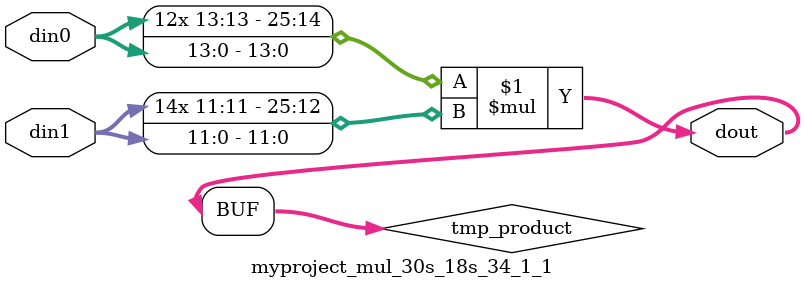
<source format=v>

`timescale 1 ns / 1 ps

  module myproject_mul_30s_18s_34_1_1(din0, din1, dout);
parameter ID = 1;
parameter NUM_STAGE = 0;
parameter din0_WIDTH = 14;
parameter din1_WIDTH = 12;
parameter dout_WIDTH = 26;

input [din0_WIDTH - 1 : 0] din0; 
input [din1_WIDTH - 1 : 0] din1; 
output [dout_WIDTH - 1 : 0] dout;

wire signed [dout_WIDTH - 1 : 0] tmp_product;













assign tmp_product = $signed(din0) * $signed(din1);








assign dout = tmp_product;







endmodule

</source>
